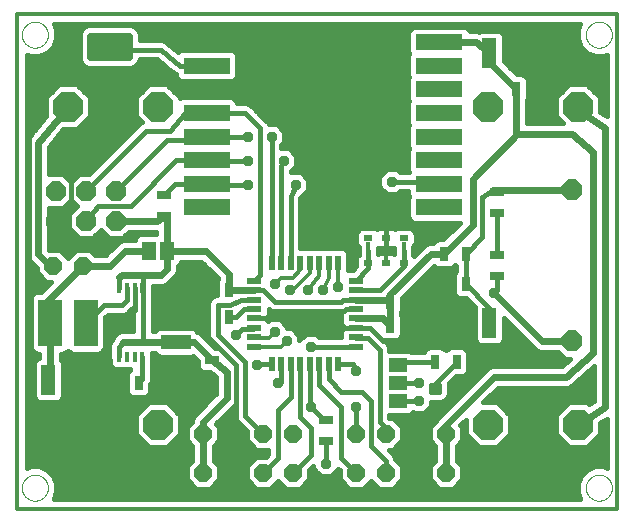
<source format=gtl>
G75*
%MOIN*%
%OFA0B0*%
%FSLAX25Y25*%
%IPPOS*%
%LPD*%
%AMOC8*
5,1,8,0,0,1.08239X$1,22.5*
%
%ADD10C,0.00000*%
%ADD11C,0.01200*%
%ADD12R,0.15748X0.05512*%
%ADD13R,0.04724X0.09843*%
%ADD14R,0.09843X0.04724*%
%ADD15R,0.07874X0.15748*%
%ADD16R,0.01575X0.03543*%
%ADD17R,0.03150X0.04724*%
%ADD18R,0.04724X0.03150*%
%ADD19OC8,0.06000*%
%ADD20R,0.04600X0.06300*%
%ADD21OC8,0.10050*%
%ADD22R,0.01575X0.06299*%
%ADD23R,0.03150X0.01969*%
%ADD24OC8,0.06600*%
%ADD25C,0.02362*%
%ADD26OC8,0.07000*%
%ADD27C,0.01181*%
%ADD28R,0.06300X0.04600*%
%ADD29R,0.05000X0.02200*%
%ADD30R,0.02200X0.05000*%
%ADD31C,0.01600*%
%ADD32OC8,0.03562*%
%ADD33C,0.01000*%
%ADD34C,0.02400*%
%ADD35C,0.01800*%
D10*
X0003469Y0008800D02*
X0003471Y0008931D01*
X0003477Y0009063D01*
X0003487Y0009194D01*
X0003501Y0009325D01*
X0003519Y0009455D01*
X0003541Y0009584D01*
X0003566Y0009713D01*
X0003596Y0009841D01*
X0003630Y0009968D01*
X0003667Y0010095D01*
X0003708Y0010219D01*
X0003753Y0010343D01*
X0003802Y0010465D01*
X0003854Y0010586D01*
X0003910Y0010704D01*
X0003970Y0010822D01*
X0004033Y0010937D01*
X0004100Y0011050D01*
X0004170Y0011162D01*
X0004243Y0011271D01*
X0004319Y0011377D01*
X0004399Y0011482D01*
X0004482Y0011584D01*
X0004568Y0011683D01*
X0004657Y0011780D01*
X0004749Y0011874D01*
X0004844Y0011965D01*
X0004941Y0012054D01*
X0005041Y0012139D01*
X0005144Y0012221D01*
X0005249Y0012300D01*
X0005356Y0012376D01*
X0005466Y0012448D01*
X0005578Y0012517D01*
X0005692Y0012583D01*
X0005807Y0012645D01*
X0005925Y0012704D01*
X0006044Y0012759D01*
X0006165Y0012811D01*
X0006288Y0012858D01*
X0006412Y0012902D01*
X0006537Y0012943D01*
X0006663Y0012979D01*
X0006791Y0013012D01*
X0006919Y0013040D01*
X0007048Y0013065D01*
X0007178Y0013086D01*
X0007308Y0013103D01*
X0007439Y0013116D01*
X0007570Y0013125D01*
X0007701Y0013130D01*
X0007833Y0013131D01*
X0007964Y0013128D01*
X0008096Y0013121D01*
X0008227Y0013110D01*
X0008357Y0013095D01*
X0008487Y0013076D01*
X0008617Y0013053D01*
X0008745Y0013027D01*
X0008873Y0012996D01*
X0009000Y0012961D01*
X0009126Y0012923D01*
X0009250Y0012881D01*
X0009374Y0012835D01*
X0009495Y0012785D01*
X0009615Y0012732D01*
X0009734Y0012675D01*
X0009851Y0012615D01*
X0009965Y0012551D01*
X0010078Y0012483D01*
X0010189Y0012412D01*
X0010298Y0012338D01*
X0010404Y0012261D01*
X0010508Y0012180D01*
X0010609Y0012097D01*
X0010708Y0012010D01*
X0010804Y0011920D01*
X0010897Y0011827D01*
X0010988Y0011732D01*
X0011075Y0011634D01*
X0011160Y0011533D01*
X0011241Y0011430D01*
X0011319Y0011324D01*
X0011394Y0011216D01*
X0011466Y0011106D01*
X0011534Y0010994D01*
X0011599Y0010880D01*
X0011660Y0010763D01*
X0011718Y0010645D01*
X0011772Y0010525D01*
X0011823Y0010404D01*
X0011870Y0010281D01*
X0011913Y0010157D01*
X0011952Y0010032D01*
X0011988Y0009905D01*
X0012019Y0009777D01*
X0012047Y0009649D01*
X0012071Y0009520D01*
X0012091Y0009390D01*
X0012107Y0009259D01*
X0012119Y0009128D01*
X0012127Y0008997D01*
X0012131Y0008866D01*
X0012131Y0008734D01*
X0012127Y0008603D01*
X0012119Y0008472D01*
X0012107Y0008341D01*
X0012091Y0008210D01*
X0012071Y0008080D01*
X0012047Y0007951D01*
X0012019Y0007823D01*
X0011988Y0007695D01*
X0011952Y0007568D01*
X0011913Y0007443D01*
X0011870Y0007319D01*
X0011823Y0007196D01*
X0011772Y0007075D01*
X0011718Y0006955D01*
X0011660Y0006837D01*
X0011599Y0006720D01*
X0011534Y0006606D01*
X0011466Y0006494D01*
X0011394Y0006384D01*
X0011319Y0006276D01*
X0011241Y0006170D01*
X0011160Y0006067D01*
X0011075Y0005966D01*
X0010988Y0005868D01*
X0010897Y0005773D01*
X0010804Y0005680D01*
X0010708Y0005590D01*
X0010609Y0005503D01*
X0010508Y0005420D01*
X0010404Y0005339D01*
X0010298Y0005262D01*
X0010189Y0005188D01*
X0010078Y0005117D01*
X0009966Y0005049D01*
X0009851Y0004985D01*
X0009734Y0004925D01*
X0009615Y0004868D01*
X0009495Y0004815D01*
X0009374Y0004765D01*
X0009250Y0004719D01*
X0009126Y0004677D01*
X0009000Y0004639D01*
X0008873Y0004604D01*
X0008745Y0004573D01*
X0008617Y0004547D01*
X0008487Y0004524D01*
X0008357Y0004505D01*
X0008227Y0004490D01*
X0008096Y0004479D01*
X0007964Y0004472D01*
X0007833Y0004469D01*
X0007701Y0004470D01*
X0007570Y0004475D01*
X0007439Y0004484D01*
X0007308Y0004497D01*
X0007178Y0004514D01*
X0007048Y0004535D01*
X0006919Y0004560D01*
X0006791Y0004588D01*
X0006663Y0004621D01*
X0006537Y0004657D01*
X0006412Y0004698D01*
X0006288Y0004742D01*
X0006165Y0004789D01*
X0006044Y0004841D01*
X0005925Y0004896D01*
X0005807Y0004955D01*
X0005692Y0005017D01*
X0005578Y0005083D01*
X0005466Y0005152D01*
X0005356Y0005224D01*
X0005249Y0005300D01*
X0005144Y0005379D01*
X0005041Y0005461D01*
X0004941Y0005546D01*
X0004844Y0005635D01*
X0004749Y0005726D01*
X0004657Y0005820D01*
X0004568Y0005917D01*
X0004482Y0006016D01*
X0004399Y0006118D01*
X0004319Y0006223D01*
X0004243Y0006329D01*
X0004170Y0006438D01*
X0004100Y0006550D01*
X0004033Y0006663D01*
X0003970Y0006778D01*
X0003910Y0006896D01*
X0003854Y0007014D01*
X0003802Y0007135D01*
X0003753Y0007257D01*
X0003708Y0007381D01*
X0003667Y0007505D01*
X0003630Y0007632D01*
X0003596Y0007759D01*
X0003566Y0007887D01*
X0003541Y0008016D01*
X0003519Y0008145D01*
X0003501Y0008275D01*
X0003487Y0008406D01*
X0003477Y0008537D01*
X0003471Y0008669D01*
X0003469Y0008800D01*
X0003469Y0159800D02*
X0003471Y0159931D01*
X0003477Y0160063D01*
X0003487Y0160194D01*
X0003501Y0160325D01*
X0003519Y0160455D01*
X0003541Y0160584D01*
X0003566Y0160713D01*
X0003596Y0160841D01*
X0003630Y0160968D01*
X0003667Y0161095D01*
X0003708Y0161219D01*
X0003753Y0161343D01*
X0003802Y0161465D01*
X0003854Y0161586D01*
X0003910Y0161704D01*
X0003970Y0161822D01*
X0004033Y0161937D01*
X0004100Y0162050D01*
X0004170Y0162162D01*
X0004243Y0162271D01*
X0004319Y0162377D01*
X0004399Y0162482D01*
X0004482Y0162584D01*
X0004568Y0162683D01*
X0004657Y0162780D01*
X0004749Y0162874D01*
X0004844Y0162965D01*
X0004941Y0163054D01*
X0005041Y0163139D01*
X0005144Y0163221D01*
X0005249Y0163300D01*
X0005356Y0163376D01*
X0005466Y0163448D01*
X0005578Y0163517D01*
X0005692Y0163583D01*
X0005807Y0163645D01*
X0005925Y0163704D01*
X0006044Y0163759D01*
X0006165Y0163811D01*
X0006288Y0163858D01*
X0006412Y0163902D01*
X0006537Y0163943D01*
X0006663Y0163979D01*
X0006791Y0164012D01*
X0006919Y0164040D01*
X0007048Y0164065D01*
X0007178Y0164086D01*
X0007308Y0164103D01*
X0007439Y0164116D01*
X0007570Y0164125D01*
X0007701Y0164130D01*
X0007833Y0164131D01*
X0007964Y0164128D01*
X0008096Y0164121D01*
X0008227Y0164110D01*
X0008357Y0164095D01*
X0008487Y0164076D01*
X0008617Y0164053D01*
X0008745Y0164027D01*
X0008873Y0163996D01*
X0009000Y0163961D01*
X0009126Y0163923D01*
X0009250Y0163881D01*
X0009374Y0163835D01*
X0009495Y0163785D01*
X0009615Y0163732D01*
X0009734Y0163675D01*
X0009851Y0163615D01*
X0009965Y0163551D01*
X0010078Y0163483D01*
X0010189Y0163412D01*
X0010298Y0163338D01*
X0010404Y0163261D01*
X0010508Y0163180D01*
X0010609Y0163097D01*
X0010708Y0163010D01*
X0010804Y0162920D01*
X0010897Y0162827D01*
X0010988Y0162732D01*
X0011075Y0162634D01*
X0011160Y0162533D01*
X0011241Y0162430D01*
X0011319Y0162324D01*
X0011394Y0162216D01*
X0011466Y0162106D01*
X0011534Y0161994D01*
X0011599Y0161880D01*
X0011660Y0161763D01*
X0011718Y0161645D01*
X0011772Y0161525D01*
X0011823Y0161404D01*
X0011870Y0161281D01*
X0011913Y0161157D01*
X0011952Y0161032D01*
X0011988Y0160905D01*
X0012019Y0160777D01*
X0012047Y0160649D01*
X0012071Y0160520D01*
X0012091Y0160390D01*
X0012107Y0160259D01*
X0012119Y0160128D01*
X0012127Y0159997D01*
X0012131Y0159866D01*
X0012131Y0159734D01*
X0012127Y0159603D01*
X0012119Y0159472D01*
X0012107Y0159341D01*
X0012091Y0159210D01*
X0012071Y0159080D01*
X0012047Y0158951D01*
X0012019Y0158823D01*
X0011988Y0158695D01*
X0011952Y0158568D01*
X0011913Y0158443D01*
X0011870Y0158319D01*
X0011823Y0158196D01*
X0011772Y0158075D01*
X0011718Y0157955D01*
X0011660Y0157837D01*
X0011599Y0157720D01*
X0011534Y0157606D01*
X0011466Y0157494D01*
X0011394Y0157384D01*
X0011319Y0157276D01*
X0011241Y0157170D01*
X0011160Y0157067D01*
X0011075Y0156966D01*
X0010988Y0156868D01*
X0010897Y0156773D01*
X0010804Y0156680D01*
X0010708Y0156590D01*
X0010609Y0156503D01*
X0010508Y0156420D01*
X0010404Y0156339D01*
X0010298Y0156262D01*
X0010189Y0156188D01*
X0010078Y0156117D01*
X0009966Y0156049D01*
X0009851Y0155985D01*
X0009734Y0155925D01*
X0009615Y0155868D01*
X0009495Y0155815D01*
X0009374Y0155765D01*
X0009250Y0155719D01*
X0009126Y0155677D01*
X0009000Y0155639D01*
X0008873Y0155604D01*
X0008745Y0155573D01*
X0008617Y0155547D01*
X0008487Y0155524D01*
X0008357Y0155505D01*
X0008227Y0155490D01*
X0008096Y0155479D01*
X0007964Y0155472D01*
X0007833Y0155469D01*
X0007701Y0155470D01*
X0007570Y0155475D01*
X0007439Y0155484D01*
X0007308Y0155497D01*
X0007178Y0155514D01*
X0007048Y0155535D01*
X0006919Y0155560D01*
X0006791Y0155588D01*
X0006663Y0155621D01*
X0006537Y0155657D01*
X0006412Y0155698D01*
X0006288Y0155742D01*
X0006165Y0155789D01*
X0006044Y0155841D01*
X0005925Y0155896D01*
X0005807Y0155955D01*
X0005692Y0156017D01*
X0005578Y0156083D01*
X0005466Y0156152D01*
X0005356Y0156224D01*
X0005249Y0156300D01*
X0005144Y0156379D01*
X0005041Y0156461D01*
X0004941Y0156546D01*
X0004844Y0156635D01*
X0004749Y0156726D01*
X0004657Y0156820D01*
X0004568Y0156917D01*
X0004482Y0157016D01*
X0004399Y0157118D01*
X0004319Y0157223D01*
X0004243Y0157329D01*
X0004170Y0157438D01*
X0004100Y0157550D01*
X0004033Y0157663D01*
X0003970Y0157778D01*
X0003910Y0157896D01*
X0003854Y0158014D01*
X0003802Y0158135D01*
X0003753Y0158257D01*
X0003708Y0158381D01*
X0003667Y0158505D01*
X0003630Y0158632D01*
X0003596Y0158759D01*
X0003566Y0158887D01*
X0003541Y0159016D01*
X0003519Y0159145D01*
X0003501Y0159275D01*
X0003487Y0159406D01*
X0003477Y0159537D01*
X0003471Y0159669D01*
X0003469Y0159800D01*
X0191469Y0159800D02*
X0191471Y0159931D01*
X0191477Y0160063D01*
X0191487Y0160194D01*
X0191501Y0160325D01*
X0191519Y0160455D01*
X0191541Y0160584D01*
X0191566Y0160713D01*
X0191596Y0160841D01*
X0191630Y0160968D01*
X0191667Y0161095D01*
X0191708Y0161219D01*
X0191753Y0161343D01*
X0191802Y0161465D01*
X0191854Y0161586D01*
X0191910Y0161704D01*
X0191970Y0161822D01*
X0192033Y0161937D01*
X0192100Y0162050D01*
X0192170Y0162162D01*
X0192243Y0162271D01*
X0192319Y0162377D01*
X0192399Y0162482D01*
X0192482Y0162584D01*
X0192568Y0162683D01*
X0192657Y0162780D01*
X0192749Y0162874D01*
X0192844Y0162965D01*
X0192941Y0163054D01*
X0193041Y0163139D01*
X0193144Y0163221D01*
X0193249Y0163300D01*
X0193356Y0163376D01*
X0193466Y0163448D01*
X0193578Y0163517D01*
X0193692Y0163583D01*
X0193807Y0163645D01*
X0193925Y0163704D01*
X0194044Y0163759D01*
X0194165Y0163811D01*
X0194288Y0163858D01*
X0194412Y0163902D01*
X0194537Y0163943D01*
X0194663Y0163979D01*
X0194791Y0164012D01*
X0194919Y0164040D01*
X0195048Y0164065D01*
X0195178Y0164086D01*
X0195308Y0164103D01*
X0195439Y0164116D01*
X0195570Y0164125D01*
X0195701Y0164130D01*
X0195833Y0164131D01*
X0195964Y0164128D01*
X0196096Y0164121D01*
X0196227Y0164110D01*
X0196357Y0164095D01*
X0196487Y0164076D01*
X0196617Y0164053D01*
X0196745Y0164027D01*
X0196873Y0163996D01*
X0197000Y0163961D01*
X0197126Y0163923D01*
X0197250Y0163881D01*
X0197374Y0163835D01*
X0197495Y0163785D01*
X0197615Y0163732D01*
X0197734Y0163675D01*
X0197851Y0163615D01*
X0197965Y0163551D01*
X0198078Y0163483D01*
X0198189Y0163412D01*
X0198298Y0163338D01*
X0198404Y0163261D01*
X0198508Y0163180D01*
X0198609Y0163097D01*
X0198708Y0163010D01*
X0198804Y0162920D01*
X0198897Y0162827D01*
X0198988Y0162732D01*
X0199075Y0162634D01*
X0199160Y0162533D01*
X0199241Y0162430D01*
X0199319Y0162324D01*
X0199394Y0162216D01*
X0199466Y0162106D01*
X0199534Y0161994D01*
X0199599Y0161880D01*
X0199660Y0161763D01*
X0199718Y0161645D01*
X0199772Y0161525D01*
X0199823Y0161404D01*
X0199870Y0161281D01*
X0199913Y0161157D01*
X0199952Y0161032D01*
X0199988Y0160905D01*
X0200019Y0160777D01*
X0200047Y0160649D01*
X0200071Y0160520D01*
X0200091Y0160390D01*
X0200107Y0160259D01*
X0200119Y0160128D01*
X0200127Y0159997D01*
X0200131Y0159866D01*
X0200131Y0159734D01*
X0200127Y0159603D01*
X0200119Y0159472D01*
X0200107Y0159341D01*
X0200091Y0159210D01*
X0200071Y0159080D01*
X0200047Y0158951D01*
X0200019Y0158823D01*
X0199988Y0158695D01*
X0199952Y0158568D01*
X0199913Y0158443D01*
X0199870Y0158319D01*
X0199823Y0158196D01*
X0199772Y0158075D01*
X0199718Y0157955D01*
X0199660Y0157837D01*
X0199599Y0157720D01*
X0199534Y0157606D01*
X0199466Y0157494D01*
X0199394Y0157384D01*
X0199319Y0157276D01*
X0199241Y0157170D01*
X0199160Y0157067D01*
X0199075Y0156966D01*
X0198988Y0156868D01*
X0198897Y0156773D01*
X0198804Y0156680D01*
X0198708Y0156590D01*
X0198609Y0156503D01*
X0198508Y0156420D01*
X0198404Y0156339D01*
X0198298Y0156262D01*
X0198189Y0156188D01*
X0198078Y0156117D01*
X0197966Y0156049D01*
X0197851Y0155985D01*
X0197734Y0155925D01*
X0197615Y0155868D01*
X0197495Y0155815D01*
X0197374Y0155765D01*
X0197250Y0155719D01*
X0197126Y0155677D01*
X0197000Y0155639D01*
X0196873Y0155604D01*
X0196745Y0155573D01*
X0196617Y0155547D01*
X0196487Y0155524D01*
X0196357Y0155505D01*
X0196227Y0155490D01*
X0196096Y0155479D01*
X0195964Y0155472D01*
X0195833Y0155469D01*
X0195701Y0155470D01*
X0195570Y0155475D01*
X0195439Y0155484D01*
X0195308Y0155497D01*
X0195178Y0155514D01*
X0195048Y0155535D01*
X0194919Y0155560D01*
X0194791Y0155588D01*
X0194663Y0155621D01*
X0194537Y0155657D01*
X0194412Y0155698D01*
X0194288Y0155742D01*
X0194165Y0155789D01*
X0194044Y0155841D01*
X0193925Y0155896D01*
X0193807Y0155955D01*
X0193692Y0156017D01*
X0193578Y0156083D01*
X0193466Y0156152D01*
X0193356Y0156224D01*
X0193249Y0156300D01*
X0193144Y0156379D01*
X0193041Y0156461D01*
X0192941Y0156546D01*
X0192844Y0156635D01*
X0192749Y0156726D01*
X0192657Y0156820D01*
X0192568Y0156917D01*
X0192482Y0157016D01*
X0192399Y0157118D01*
X0192319Y0157223D01*
X0192243Y0157329D01*
X0192170Y0157438D01*
X0192100Y0157550D01*
X0192033Y0157663D01*
X0191970Y0157778D01*
X0191910Y0157896D01*
X0191854Y0158014D01*
X0191802Y0158135D01*
X0191753Y0158257D01*
X0191708Y0158381D01*
X0191667Y0158505D01*
X0191630Y0158632D01*
X0191596Y0158759D01*
X0191566Y0158887D01*
X0191541Y0159016D01*
X0191519Y0159145D01*
X0191501Y0159275D01*
X0191487Y0159406D01*
X0191477Y0159537D01*
X0191471Y0159669D01*
X0191469Y0159800D01*
X0191469Y0008800D02*
X0191471Y0008931D01*
X0191477Y0009063D01*
X0191487Y0009194D01*
X0191501Y0009325D01*
X0191519Y0009455D01*
X0191541Y0009584D01*
X0191566Y0009713D01*
X0191596Y0009841D01*
X0191630Y0009968D01*
X0191667Y0010095D01*
X0191708Y0010219D01*
X0191753Y0010343D01*
X0191802Y0010465D01*
X0191854Y0010586D01*
X0191910Y0010704D01*
X0191970Y0010822D01*
X0192033Y0010937D01*
X0192100Y0011050D01*
X0192170Y0011162D01*
X0192243Y0011271D01*
X0192319Y0011377D01*
X0192399Y0011482D01*
X0192482Y0011584D01*
X0192568Y0011683D01*
X0192657Y0011780D01*
X0192749Y0011874D01*
X0192844Y0011965D01*
X0192941Y0012054D01*
X0193041Y0012139D01*
X0193144Y0012221D01*
X0193249Y0012300D01*
X0193356Y0012376D01*
X0193466Y0012448D01*
X0193578Y0012517D01*
X0193692Y0012583D01*
X0193807Y0012645D01*
X0193925Y0012704D01*
X0194044Y0012759D01*
X0194165Y0012811D01*
X0194288Y0012858D01*
X0194412Y0012902D01*
X0194537Y0012943D01*
X0194663Y0012979D01*
X0194791Y0013012D01*
X0194919Y0013040D01*
X0195048Y0013065D01*
X0195178Y0013086D01*
X0195308Y0013103D01*
X0195439Y0013116D01*
X0195570Y0013125D01*
X0195701Y0013130D01*
X0195833Y0013131D01*
X0195964Y0013128D01*
X0196096Y0013121D01*
X0196227Y0013110D01*
X0196357Y0013095D01*
X0196487Y0013076D01*
X0196617Y0013053D01*
X0196745Y0013027D01*
X0196873Y0012996D01*
X0197000Y0012961D01*
X0197126Y0012923D01*
X0197250Y0012881D01*
X0197374Y0012835D01*
X0197495Y0012785D01*
X0197615Y0012732D01*
X0197734Y0012675D01*
X0197851Y0012615D01*
X0197965Y0012551D01*
X0198078Y0012483D01*
X0198189Y0012412D01*
X0198298Y0012338D01*
X0198404Y0012261D01*
X0198508Y0012180D01*
X0198609Y0012097D01*
X0198708Y0012010D01*
X0198804Y0011920D01*
X0198897Y0011827D01*
X0198988Y0011732D01*
X0199075Y0011634D01*
X0199160Y0011533D01*
X0199241Y0011430D01*
X0199319Y0011324D01*
X0199394Y0011216D01*
X0199466Y0011106D01*
X0199534Y0010994D01*
X0199599Y0010880D01*
X0199660Y0010763D01*
X0199718Y0010645D01*
X0199772Y0010525D01*
X0199823Y0010404D01*
X0199870Y0010281D01*
X0199913Y0010157D01*
X0199952Y0010032D01*
X0199988Y0009905D01*
X0200019Y0009777D01*
X0200047Y0009649D01*
X0200071Y0009520D01*
X0200091Y0009390D01*
X0200107Y0009259D01*
X0200119Y0009128D01*
X0200127Y0008997D01*
X0200131Y0008866D01*
X0200131Y0008734D01*
X0200127Y0008603D01*
X0200119Y0008472D01*
X0200107Y0008341D01*
X0200091Y0008210D01*
X0200071Y0008080D01*
X0200047Y0007951D01*
X0200019Y0007823D01*
X0199988Y0007695D01*
X0199952Y0007568D01*
X0199913Y0007443D01*
X0199870Y0007319D01*
X0199823Y0007196D01*
X0199772Y0007075D01*
X0199718Y0006955D01*
X0199660Y0006837D01*
X0199599Y0006720D01*
X0199534Y0006606D01*
X0199466Y0006494D01*
X0199394Y0006384D01*
X0199319Y0006276D01*
X0199241Y0006170D01*
X0199160Y0006067D01*
X0199075Y0005966D01*
X0198988Y0005868D01*
X0198897Y0005773D01*
X0198804Y0005680D01*
X0198708Y0005590D01*
X0198609Y0005503D01*
X0198508Y0005420D01*
X0198404Y0005339D01*
X0198298Y0005262D01*
X0198189Y0005188D01*
X0198078Y0005117D01*
X0197966Y0005049D01*
X0197851Y0004985D01*
X0197734Y0004925D01*
X0197615Y0004868D01*
X0197495Y0004815D01*
X0197374Y0004765D01*
X0197250Y0004719D01*
X0197126Y0004677D01*
X0197000Y0004639D01*
X0196873Y0004604D01*
X0196745Y0004573D01*
X0196617Y0004547D01*
X0196487Y0004524D01*
X0196357Y0004505D01*
X0196227Y0004490D01*
X0196096Y0004479D01*
X0195964Y0004472D01*
X0195833Y0004469D01*
X0195701Y0004470D01*
X0195570Y0004475D01*
X0195439Y0004484D01*
X0195308Y0004497D01*
X0195178Y0004514D01*
X0195048Y0004535D01*
X0194919Y0004560D01*
X0194791Y0004588D01*
X0194663Y0004621D01*
X0194537Y0004657D01*
X0194412Y0004698D01*
X0194288Y0004742D01*
X0194165Y0004789D01*
X0194044Y0004841D01*
X0193925Y0004896D01*
X0193807Y0004955D01*
X0193692Y0005017D01*
X0193578Y0005083D01*
X0193466Y0005152D01*
X0193356Y0005224D01*
X0193249Y0005300D01*
X0193144Y0005379D01*
X0193041Y0005461D01*
X0192941Y0005546D01*
X0192844Y0005635D01*
X0192749Y0005726D01*
X0192657Y0005820D01*
X0192568Y0005917D01*
X0192482Y0006016D01*
X0192399Y0006118D01*
X0192319Y0006223D01*
X0192243Y0006329D01*
X0192170Y0006438D01*
X0192100Y0006550D01*
X0192033Y0006663D01*
X0191970Y0006778D01*
X0191910Y0006896D01*
X0191854Y0007014D01*
X0191802Y0007135D01*
X0191753Y0007257D01*
X0191708Y0007381D01*
X0191667Y0007505D01*
X0191630Y0007632D01*
X0191596Y0007759D01*
X0191566Y0007887D01*
X0191541Y0008016D01*
X0191519Y0008145D01*
X0191501Y0008275D01*
X0191487Y0008406D01*
X0191477Y0008537D01*
X0191471Y0008669D01*
X0191469Y0008800D01*
D11*
X0001800Y0001800D02*
X0001800Y0166800D01*
X0201800Y0166800D01*
X0201800Y0001800D01*
X0001800Y0001800D01*
X0035257Y0042343D02*
X0035257Y0043800D01*
X0035961Y0052383D02*
X0035800Y0052544D01*
X0042800Y0057296D02*
X0043800Y0058296D01*
X0043639Y0075217D02*
X0043800Y0075379D01*
X0051800Y0098257D02*
X0050800Y0099257D01*
X0065020Y0110115D02*
X0065335Y0109800D01*
X0065209Y0117800D02*
X0065020Y0117989D01*
X0063957Y0124800D02*
X0065020Y0125863D01*
X0066083Y0125800D01*
X0065020Y0133737D02*
X0067083Y0133800D01*
X0065020Y0141611D02*
X0065831Y0142800D01*
X0065020Y0141611D02*
X0060831Y0142800D01*
X0033800Y0154800D02*
X0032800Y0155800D01*
X0013800Y0082800D02*
X0012800Y0082800D01*
X0064847Y0044304D02*
X0066800Y0044257D01*
X0080900Y0055776D02*
X0080924Y0055800D01*
X0089800Y0055800D01*
X0091800Y0057800D01*
X0087800Y0060800D02*
X0085800Y0058800D01*
X0081026Y0058800D01*
X0080900Y0058926D01*
X0080624Y0061800D02*
X0080900Y0062076D01*
X0081900Y0049900D02*
X0081800Y0049800D01*
X0100375Y0065225D02*
X0100800Y0064800D01*
X0098800Y0074800D02*
X0102524Y0079524D01*
X0102524Y0083700D01*
X0105674Y0083700D02*
X0105674Y0078674D01*
X0103800Y0074800D01*
X0108800Y0075800D02*
X0108824Y0076824D01*
X0108824Y0083700D01*
X0099375Y0083700D02*
X0099375Y0080375D01*
X0093800Y0074800D01*
X0092800Y0074800D01*
X0093800Y0078800D02*
X0089800Y0078800D01*
X0087800Y0076800D01*
X0093800Y0078800D02*
X0096225Y0081225D01*
X0096225Y0083700D01*
X0086800Y0083724D02*
X0086776Y0083700D01*
X0072469Y0074674D02*
X0072343Y0074800D01*
X0114700Y0074674D02*
X0114826Y0074800D01*
X0125532Y0071524D02*
X0126257Y0070800D01*
X0126257Y0073257D01*
X0134343Y0063800D02*
X0133343Y0062800D01*
X0132800Y0062257D01*
X0128800Y0050800D02*
X0128800Y0049800D01*
X0114826Y0058800D02*
X0114700Y0058926D01*
X0148253Y0043253D02*
X0148253Y0041800D01*
X0134800Y0028347D02*
X0134800Y0026800D01*
X0159296Y0063800D02*
X0159296Y0068847D01*
X0160800Y0073800D02*
X0161800Y0074800D01*
X0161800Y0107343D02*
X0159343Y0107343D01*
X0160454Y0107997D02*
X0161800Y0107343D01*
X0142580Y0110115D02*
X0140265Y0110800D01*
X0168257Y0126257D02*
X0168800Y0126800D01*
X0175343Y0141800D02*
X0175343Y0150753D01*
X0172296Y0153800D01*
X0188800Y0135800D02*
X0188800Y0134800D01*
X0074800Y0005800D02*
X0058800Y0005800D01*
D12*
X0065020Y0102241D03*
X0065020Y0110115D03*
X0065020Y0117989D03*
X0065020Y0125863D03*
X0065020Y0133737D03*
X0065020Y0141611D03*
X0065020Y0149485D03*
X0065020Y0157359D03*
X0142580Y0157359D03*
X0142580Y0149485D03*
X0142580Y0141611D03*
X0142580Y0133737D03*
X0142580Y0125863D03*
X0142580Y0117989D03*
X0142580Y0110115D03*
X0142580Y0102241D03*
D13*
X0146304Y0063800D03*
X0159296Y0063800D03*
X0159304Y0153800D03*
X0172296Y0153800D03*
X0025296Y0044800D03*
X0012304Y0044800D03*
D14*
X0054800Y0044304D03*
X0054800Y0057296D03*
D15*
X0024706Y0063800D03*
X0012894Y0063800D03*
D16*
X0035961Y0052383D03*
X0038520Y0052383D03*
X0041080Y0052383D03*
X0043639Y0052383D03*
X0043639Y0075217D03*
X0041080Y0075217D03*
X0038520Y0075217D03*
X0035961Y0075217D03*
D17*
X0065257Y0074800D03*
X0072343Y0074800D03*
X0072343Y0065800D03*
X0065257Y0065800D03*
X0042343Y0043800D03*
X0035257Y0043800D03*
X0126257Y0062800D03*
X0133343Y0062800D03*
X0133343Y0070800D03*
X0126257Y0070800D03*
X0144257Y0076800D03*
X0151343Y0076800D03*
X0151343Y0086800D03*
X0144257Y0086800D03*
X0141257Y0050800D03*
X0148343Y0050800D03*
X0168257Y0141800D03*
X0175343Y0141800D03*
D18*
X0161800Y0107343D03*
X0161800Y0100257D03*
X0161800Y0086343D03*
X0161800Y0079257D03*
X0104800Y0031343D03*
X0104800Y0024257D03*
X0066800Y0044257D03*
X0066800Y0051343D03*
X0050800Y0099257D03*
X0050800Y0106343D03*
D19*
X0023800Y0082800D03*
X0013800Y0082800D03*
X0063800Y0026800D03*
X0073800Y0026800D03*
X0083800Y0026800D03*
X0093800Y0026800D03*
X0093800Y0013800D03*
X0083800Y0013800D03*
X0073800Y0013800D03*
X0063800Y0013800D03*
X0114800Y0013800D03*
X0124800Y0013800D03*
X0134800Y0013800D03*
X0144800Y0013800D03*
X0144800Y0026800D03*
X0134800Y0026800D03*
X0124800Y0026800D03*
X0114800Y0026800D03*
D20*
X0051800Y0087800D03*
X0045800Y0087800D03*
D21*
X0048800Y0135800D03*
X0018800Y0135800D03*
X0018800Y0029800D03*
X0048800Y0029800D03*
X0158800Y0029800D03*
X0188800Y0029800D03*
X0188800Y0135800D03*
X0158800Y0135800D03*
D22*
X0130706Y0087800D03*
X0124800Y0087800D03*
X0118894Y0087800D03*
D23*
X0118894Y0091934D03*
X0124800Y0091934D03*
X0130706Y0091934D03*
X0130706Y0083666D03*
X0124800Y0083666D03*
X0118894Y0083666D03*
D24*
X0034800Y0097800D03*
X0034800Y0107800D03*
X0024800Y0107800D03*
X0024800Y0097800D03*
X0014800Y0097800D03*
X0014800Y0107800D03*
D25*
X0026304Y0152257D02*
X0039296Y0152257D01*
X0026304Y0152257D02*
X0026304Y0159343D01*
X0039296Y0159343D01*
X0039296Y0152257D01*
X0039296Y0154618D02*
X0026304Y0154618D01*
X0026304Y0156979D02*
X0039296Y0156979D01*
X0039296Y0159340D02*
X0026304Y0159340D01*
D26*
X0186800Y0107997D03*
X0186800Y0057603D03*
D27*
X0146875Y0043178D02*
X0146875Y0040422D01*
X0146875Y0043178D02*
X0149631Y0043178D01*
X0149631Y0040422D01*
X0146875Y0040422D01*
X0146875Y0041602D02*
X0149631Y0041602D01*
X0149631Y0042782D02*
X0146875Y0042782D01*
X0139969Y0043178D02*
X0139969Y0040422D01*
X0139969Y0043178D02*
X0142725Y0043178D01*
X0142725Y0040422D01*
X0139969Y0040422D01*
X0139969Y0041602D02*
X0142725Y0041602D01*
X0142725Y0042782D02*
X0139969Y0042782D01*
D28*
X0128800Y0043800D03*
X0128800Y0037800D03*
X0128800Y0049800D03*
D29*
X0114700Y0055776D03*
X0114700Y0058926D03*
X0114700Y0062076D03*
X0114700Y0065225D03*
X0114700Y0068375D03*
X0114700Y0071524D03*
X0114700Y0074674D03*
X0114700Y0077824D03*
X0080900Y0077824D03*
X0080900Y0074674D03*
X0080900Y0071524D03*
X0080900Y0068375D03*
X0080900Y0065225D03*
X0080900Y0062076D03*
X0080900Y0058926D03*
X0080900Y0055776D03*
D30*
X0086776Y0049900D03*
X0089926Y0049900D03*
X0093076Y0049900D03*
X0096225Y0049900D03*
X0099375Y0049900D03*
X0102524Y0049900D03*
X0105674Y0049900D03*
X0108824Y0049900D03*
X0108824Y0083700D03*
X0105674Y0083700D03*
X0102524Y0083700D03*
X0099375Y0083700D03*
X0096225Y0083700D03*
X0093076Y0083700D03*
X0089926Y0083700D03*
X0086776Y0083700D03*
D31*
X0086800Y0083724D02*
X0086800Y0125800D01*
X0090000Y0123087D02*
X0090000Y0121981D01*
X0092532Y0121981D01*
X0094981Y0119532D01*
X0094981Y0116068D01*
X0093126Y0114213D01*
X0093126Y0113981D01*
X0096532Y0113981D01*
X0098981Y0111532D01*
X0098981Y0108068D01*
X0096532Y0105619D01*
X0096390Y0105619D01*
X0096276Y0105371D01*
X0096276Y0088600D01*
X0110401Y0088600D01*
X0111283Y0088235D01*
X0111958Y0087559D01*
X0112324Y0086677D01*
X0112324Y0081324D01*
X0113675Y0081324D01*
X0114920Y0082569D01*
X0114920Y0085128D01*
X0115285Y0086010D01*
X0115694Y0086419D01*
X0115694Y0088437D01*
X0115707Y0088467D01*
X0115707Y0089168D01*
X0115285Y0089590D01*
X0114920Y0090472D01*
X0114920Y0093395D01*
X0115285Y0094278D01*
X0115960Y0094953D01*
X0116842Y0095318D01*
X0120947Y0095318D01*
X0121829Y0094953D01*
X0121847Y0094934D01*
X0121866Y0094953D01*
X0122748Y0095318D01*
X0126852Y0095318D01*
X0127734Y0094953D01*
X0127753Y0094934D01*
X0127771Y0094953D01*
X0128653Y0095318D01*
X0132758Y0095318D01*
X0133640Y0094953D01*
X0134315Y0094278D01*
X0134680Y0093395D01*
X0134680Y0090472D01*
X0134315Y0089590D01*
X0133893Y0089168D01*
X0133893Y0088467D01*
X0133905Y0088437D01*
X0133905Y0086419D01*
X0134117Y0086208D01*
X0136748Y0088839D01*
X0137761Y0089852D01*
X0139084Y0090400D01*
X0140597Y0090400D01*
X0140647Y0090522D01*
X0141322Y0091197D01*
X0142204Y0091562D01*
X0143928Y0091562D01*
X0149451Y0097085D01*
X0134228Y0097085D01*
X0133346Y0097450D01*
X0132671Y0098126D01*
X0132306Y0099008D01*
X0132306Y0105474D01*
X0132597Y0106178D01*
X0132306Y0106882D01*
X0132306Y0107600D01*
X0129513Y0107600D01*
X0128532Y0106619D01*
X0125068Y0106619D01*
X0122619Y0109068D01*
X0122619Y0112532D01*
X0125068Y0114981D01*
X0128532Y0114981D01*
X0129513Y0114000D01*
X0132575Y0114000D01*
X0132597Y0114052D01*
X0132306Y0114756D01*
X0132306Y0121222D01*
X0132597Y0121926D01*
X0132306Y0122630D01*
X0132306Y0129096D01*
X0132597Y0129800D01*
X0132306Y0130504D01*
X0132306Y0136970D01*
X0132597Y0137674D01*
X0132306Y0138378D01*
X0132306Y0144844D01*
X0132597Y0145548D01*
X0132306Y0146252D01*
X0132306Y0152718D01*
X0132597Y0153422D01*
X0132306Y0154126D01*
X0132306Y0160592D01*
X0132671Y0161474D01*
X0133346Y0162150D01*
X0134228Y0162515D01*
X0150931Y0162515D01*
X0151813Y0162150D01*
X0152488Y0161474D01*
X0152702Y0160959D01*
X0154524Y0160959D01*
X0155015Y0161020D01*
X0155234Y0160959D01*
X0155461Y0160959D01*
X0155767Y0160832D01*
X0156464Y0161121D01*
X0162144Y0161121D01*
X0163026Y0160756D01*
X0163701Y0160081D01*
X0164066Y0159199D01*
X0164066Y0151082D01*
X0168586Y0146562D01*
X0170309Y0146562D01*
X0171191Y0146197D01*
X0171866Y0145522D01*
X0172231Y0144640D01*
X0172231Y0138960D01*
X0171866Y0138078D01*
X0171857Y0138069D01*
X0171857Y0130400D01*
X0183699Y0130400D01*
X0181375Y0132724D01*
X0181375Y0138876D01*
X0185724Y0143225D01*
X0191876Y0143225D01*
X0196225Y0138876D01*
X0196225Y0134177D01*
X0198400Y0132727D01*
X0198400Y0153159D01*
X0197218Y0152669D01*
X0194382Y0152669D01*
X0191761Y0153755D01*
X0189755Y0155761D01*
X0188669Y0158382D01*
X0188669Y0161218D01*
X0189573Y0163400D01*
X0014027Y0163400D01*
X0014931Y0161218D01*
X0014931Y0158382D01*
X0013845Y0155761D01*
X0011839Y0153755D01*
X0009218Y0152669D01*
X0006382Y0152669D01*
X0005200Y0153159D01*
X0005200Y0124348D01*
X0005200Y0124348D01*
X0005200Y0124516D01*
X0005412Y0125027D01*
X0005576Y0125555D01*
X0005684Y0125684D01*
X0005748Y0125839D01*
X0006139Y0126230D01*
X0011471Y0132629D01*
X0011375Y0132724D01*
X0011375Y0138876D01*
X0015724Y0143225D01*
X0021876Y0143225D01*
X0026225Y0138876D01*
X0026225Y0132724D01*
X0021876Y0128375D01*
X0017299Y0128375D01*
X0012400Y0122497D01*
X0012400Y0113461D01*
X0012439Y0113500D01*
X0017161Y0113500D01*
X0019800Y0110861D01*
X0022439Y0113500D01*
X0025975Y0113500D01*
X0042987Y0130513D01*
X0043411Y0130688D01*
X0041375Y0132724D01*
X0041375Y0138876D01*
X0045724Y0143225D01*
X0051876Y0143225D01*
X0056225Y0138876D01*
X0056225Y0138709D01*
X0056669Y0138893D01*
X0073372Y0138893D01*
X0074254Y0138528D01*
X0074929Y0137852D01*
X0075282Y0137000D01*
X0078437Y0137000D01*
X0079613Y0136513D01*
X0080513Y0135613D01*
X0080513Y0135613D01*
X0084613Y0131513D01*
X0084613Y0131513D01*
X0085513Y0130613D01*
X0085774Y0129981D01*
X0088532Y0129981D01*
X0090981Y0127532D01*
X0090981Y0124068D01*
X0090000Y0123087D01*
X0090200Y0123287D02*
X0132306Y0123287D01*
X0132306Y0124885D02*
X0090981Y0124885D01*
X0090981Y0126484D02*
X0132306Y0126484D01*
X0132306Y0128082D02*
X0090431Y0128082D01*
X0088832Y0129681D02*
X0132548Y0129681D01*
X0132306Y0131279D02*
X0084846Y0131279D01*
X0083248Y0132878D02*
X0132306Y0132878D01*
X0132306Y0134476D02*
X0081649Y0134476D01*
X0080051Y0136075D02*
X0132306Y0136075D01*
X0132597Y0137673D02*
X0075003Y0137673D01*
X0077800Y0133800D02*
X0067083Y0133800D01*
X0057737Y0133737D02*
X0052800Y0127800D01*
X0044800Y0127800D01*
X0024800Y0107800D01*
X0020434Y0104105D02*
X0019166Y0104105D01*
X0019800Y0103800D02*
X0019800Y0122800D01*
X0041800Y0144800D01*
X0043800Y0144800D02*
X0011800Y0144800D01*
X0005800Y0139800D01*
X0005800Y0026800D01*
X0027800Y0005800D01*
X0058800Y0005800D01*
X0057800Y0006800D01*
X0057800Y0031800D01*
X0066800Y0040800D01*
X0066800Y0044257D01*
X0068200Y0044960D02*
X0046839Y0044960D01*
X0046839Y0044459D02*
X0046839Y0053019D01*
X0046826Y0053050D01*
X0046826Y0053696D01*
X0047794Y0053696D01*
X0047844Y0053574D01*
X0048519Y0052899D01*
X0049401Y0052534D01*
X0060199Y0052534D01*
X0060425Y0052627D01*
X0062038Y0051014D01*
X0062038Y0049291D01*
X0062403Y0048409D01*
X0063078Y0047734D01*
X0063960Y0047369D01*
X0066006Y0047369D01*
X0068200Y0045613D01*
X0068200Y0040291D01*
X0060748Y0032839D01*
X0060200Y0031516D01*
X0060200Y0030837D01*
X0058400Y0029037D01*
X0058400Y0024563D01*
X0060200Y0022763D01*
X0060200Y0017837D01*
X0058400Y0016037D01*
X0058400Y0011563D01*
X0061563Y0008400D01*
X0066037Y0008400D01*
X0069200Y0011563D01*
X0069200Y0016037D01*
X0067400Y0017837D01*
X0067400Y0022763D01*
X0069200Y0024563D01*
X0069200Y0029037D01*
X0068164Y0030073D01*
X0073839Y0035748D01*
X0074600Y0036509D01*
X0074600Y0032163D01*
X0075087Y0030987D01*
X0078400Y0027675D01*
X0078400Y0024563D01*
X0081563Y0021400D01*
X0085600Y0021400D01*
X0085600Y0020125D01*
X0084675Y0019200D01*
X0081563Y0019200D01*
X0078400Y0016037D01*
X0078400Y0011563D01*
X0081563Y0008400D01*
X0086037Y0008400D01*
X0088800Y0011163D01*
X0091563Y0008400D01*
X0096037Y0008400D01*
X0099200Y0011563D01*
X0099200Y0014675D01*
X0100619Y0016093D01*
X0100619Y0015068D01*
X0103068Y0012619D01*
X0106532Y0012619D01*
X0108981Y0015068D01*
X0108981Y0015093D01*
X0109400Y0014675D01*
X0109400Y0011563D01*
X0112563Y0008400D01*
X0117037Y0008400D01*
X0119800Y0011163D01*
X0122563Y0008400D01*
X0127037Y0008400D01*
X0130200Y0011563D01*
X0130200Y0016037D01*
X0128000Y0018237D01*
X0128000Y0018437D01*
X0127513Y0019613D01*
X0125725Y0021400D01*
X0127037Y0021400D01*
X0130200Y0024563D01*
X0130200Y0029037D01*
X0127037Y0032200D01*
X0126000Y0032200D01*
X0126000Y0033100D01*
X0132427Y0033100D01*
X0133309Y0033465D01*
X0133766Y0033921D01*
X0134068Y0033619D01*
X0137532Y0033619D01*
X0139981Y0036068D01*
X0139981Y0037431D01*
X0143320Y0037431D01*
X0144419Y0037887D01*
X0145260Y0038728D01*
X0145716Y0039827D01*
X0145716Y0043647D01*
X0148107Y0046038D01*
X0150395Y0046038D01*
X0151278Y0046403D01*
X0151953Y0047078D01*
X0152318Y0047960D01*
X0152318Y0053640D01*
X0151953Y0054522D01*
X0151278Y0055197D01*
X0150395Y0055562D01*
X0146291Y0055562D01*
X0145409Y0055197D01*
X0144800Y0054588D01*
X0144191Y0055197D01*
X0143309Y0055562D01*
X0139204Y0055562D01*
X0138322Y0055197D01*
X0137647Y0054522D01*
X0137431Y0054000D01*
X0133444Y0054000D01*
X0133309Y0054135D01*
X0132427Y0054500D01*
X0126000Y0054500D01*
X0126000Y0055437D01*
X0125513Y0056613D01*
X0124005Y0058120D01*
X0124204Y0058038D01*
X0128309Y0058038D01*
X0129191Y0058403D01*
X0129866Y0059078D01*
X0130231Y0059960D01*
X0130231Y0065640D01*
X0129866Y0066522D01*
X0129857Y0066531D01*
X0129857Y0067069D01*
X0129866Y0067078D01*
X0130231Y0067960D01*
X0130231Y0072140D01*
X0140908Y0082817D01*
X0141322Y0082403D01*
X0142204Y0082038D01*
X0146309Y0082038D01*
X0147191Y0082403D01*
X0147800Y0083012D01*
X0148143Y0082669D01*
X0148143Y0080931D01*
X0147734Y0080522D01*
X0147369Y0079640D01*
X0147369Y0073960D01*
X0147734Y0073078D01*
X0148409Y0072403D01*
X0149291Y0072038D01*
X0151580Y0072038D01*
X0154534Y0069084D01*
X0154534Y0058401D01*
X0154899Y0057519D01*
X0155574Y0056844D01*
X0156456Y0056479D01*
X0162136Y0056479D01*
X0163018Y0056844D01*
X0163693Y0057519D01*
X0164058Y0058401D01*
X0164058Y0065451D01*
X0174958Y0054551D01*
X0151924Y0054551D01*
X0152318Y0052952D02*
X0183107Y0052952D01*
X0182056Y0054003D02*
X0177713Y0054003D01*
X0176281Y0054003D01*
X0174958Y0054551D01*
X0173359Y0056149D02*
X0125705Y0056149D01*
X0126000Y0054551D02*
X0137676Y0054551D01*
X0141257Y0050800D02*
X0128800Y0050800D01*
X0122800Y0054800D02*
X0118800Y0058800D01*
X0114826Y0058800D01*
X0114700Y0055776D02*
X0099824Y0055776D01*
X0099800Y0055800D01*
X0102537Y0058976D02*
X0101532Y0059981D01*
X0098068Y0059981D01*
X0095981Y0057894D01*
X0095981Y0059532D01*
X0093532Y0061981D01*
X0091981Y0061981D01*
X0091981Y0062532D01*
X0089532Y0064981D01*
X0086068Y0064981D01*
X0085490Y0064402D01*
X0085435Y0064535D01*
X0084759Y0065210D01*
X0084723Y0065225D01*
X0084759Y0065240D01*
X0085435Y0065915D01*
X0085800Y0066797D01*
X0085800Y0068275D01*
X0085987Y0068087D01*
X0087163Y0067600D01*
X0110130Y0067600D01*
X0109800Y0066803D01*
X0109800Y0063648D01*
X0110165Y0062766D01*
X0110841Y0062091D01*
X0110877Y0062076D01*
X0110841Y0062061D01*
X0110165Y0061385D01*
X0109800Y0060503D01*
X0109800Y0058976D01*
X0102537Y0058976D01*
X0102167Y0059346D02*
X0109800Y0059346D01*
X0109983Y0060945D02*
X0094568Y0060945D01*
X0095981Y0059346D02*
X0097433Y0059346D01*
X0100800Y0063800D02*
X0100800Y0064800D01*
X0100800Y0066800D01*
X0101800Y0067800D01*
X0110800Y0067800D01*
X0111375Y0068375D01*
X0114700Y0068375D01*
X0114700Y0071524D02*
X0110524Y0071524D01*
X0109800Y0070800D01*
X0087800Y0070800D01*
X0083926Y0074674D01*
X0080900Y0074674D01*
X0080900Y0071524D02*
X0076524Y0071524D01*
X0072800Y0069800D01*
X0068800Y0069800D01*
X0068800Y0059800D01*
X0077800Y0050800D01*
X0077800Y0032800D01*
X0083800Y0026800D01*
X0080383Y0022581D02*
X0067400Y0022581D01*
X0067400Y0020982D02*
X0085600Y0020982D01*
X0084858Y0019384D02*
X0067400Y0019384D01*
X0067452Y0017785D02*
X0080148Y0017785D01*
X0078550Y0016187D02*
X0069050Y0016187D01*
X0069200Y0014588D02*
X0078400Y0014588D01*
X0078400Y0012990D02*
X0069200Y0012990D01*
X0069028Y0011391D02*
X0078572Y0011391D01*
X0080171Y0009793D02*
X0067429Y0009793D01*
X0073800Y0006800D02*
X0073800Y0013800D01*
X0073800Y0026800D01*
X0074800Y0027800D01*
X0074800Y0049800D01*
X0065257Y0059343D01*
X0065257Y0065800D01*
X0065257Y0074800D01*
X0066987Y0072513D02*
X0066087Y0071613D01*
X0065600Y0070437D01*
X0065600Y0059163D01*
X0066087Y0057987D01*
X0068756Y0055318D01*
X0067916Y0055318D01*
X0062886Y0060348D01*
X0061857Y0060775D01*
X0061756Y0061018D01*
X0061081Y0061693D01*
X0060199Y0062058D01*
X0049401Y0062058D01*
X0048519Y0061693D01*
X0047844Y0061018D01*
X0047794Y0060896D01*
X0047100Y0060896D01*
X0047100Y0076200D01*
X0050516Y0076200D01*
X0051839Y0076748D01*
X0054852Y0079761D01*
X0055400Y0081084D01*
X0055400Y0082591D01*
X0055459Y0082615D01*
X0056135Y0083291D01*
X0056500Y0084173D01*
X0056500Y0084200D01*
X0063309Y0084200D01*
X0068861Y0078648D01*
X0068734Y0078522D01*
X0068369Y0077640D01*
X0068369Y0073000D01*
X0068163Y0073000D01*
X0066987Y0072513D01*
X0066609Y0072134D02*
X0047100Y0072134D01*
X0047100Y0070536D02*
X0065641Y0070536D01*
X0065600Y0068937D02*
X0047100Y0068937D01*
X0047100Y0067339D02*
X0065600Y0067339D01*
X0065600Y0065740D02*
X0047100Y0065740D01*
X0047100Y0064142D02*
X0065600Y0064142D01*
X0065600Y0062543D02*
X0047100Y0062543D01*
X0047100Y0060945D02*
X0047814Y0060945D01*
X0040500Y0060945D02*
X0031043Y0060945D01*
X0031043Y0062543D02*
X0040500Y0062543D01*
X0040500Y0064142D02*
X0031043Y0064142D01*
X0031043Y0065470D02*
X0032072Y0066500D01*
X0037456Y0066500D01*
X0038669Y0067002D01*
X0039598Y0067931D01*
X0040500Y0068833D01*
X0040500Y0060896D01*
X0036580Y0060896D01*
X0035257Y0060348D01*
X0034244Y0059335D01*
X0033944Y0058611D01*
X0033002Y0057669D01*
X0032500Y0056456D01*
X0032500Y0055144D01*
X0032600Y0054902D01*
X0032600Y0051908D01*
X0032774Y0051487D01*
X0032774Y0050134D01*
X0033139Y0049252D01*
X0033815Y0048576D01*
X0034697Y0048211D01*
X0037226Y0048211D01*
X0037241Y0048217D01*
X0037256Y0048211D01*
X0039443Y0048211D01*
X0039409Y0048197D01*
X0038734Y0047522D01*
X0038369Y0046640D01*
X0038369Y0040960D01*
X0038734Y0040078D01*
X0039409Y0039403D01*
X0040291Y0039038D01*
X0044395Y0039038D01*
X0045278Y0039403D01*
X0045953Y0040078D01*
X0046318Y0040960D01*
X0046318Y0043249D01*
X0046351Y0043283D01*
X0046839Y0044459D01*
X0046384Y0043361D02*
X0068200Y0043361D01*
X0068200Y0041763D02*
X0046318Y0041763D01*
X0045988Y0040164D02*
X0068073Y0040164D01*
X0066475Y0038566D02*
X0016720Y0038566D01*
X0016701Y0038519D02*
X0017066Y0039401D01*
X0017066Y0050199D01*
X0016701Y0051081D01*
X0016494Y0051287D01*
X0016494Y0053526D01*
X0017309Y0053526D01*
X0018191Y0053891D01*
X0018800Y0054500D01*
X0019409Y0053891D01*
X0020291Y0053526D01*
X0029120Y0053526D01*
X0030002Y0053891D01*
X0030677Y0054566D01*
X0031043Y0055449D01*
X0031043Y0065470D01*
X0031313Y0065740D02*
X0040500Y0065740D01*
X0040500Y0067339D02*
X0039006Y0067339D01*
X0041080Y0068080D02*
X0031800Y0058800D01*
X0031800Y0047257D01*
X0035257Y0043800D01*
X0035257Y0042343D02*
X0035257Y0040343D01*
X0041300Y0034300D01*
X0036800Y0029800D01*
X0018800Y0029800D01*
X0025296Y0036296D01*
X0025296Y0044800D01*
X0017066Y0044960D02*
X0038369Y0044960D01*
X0038369Y0046558D02*
X0017066Y0046558D01*
X0017066Y0048157D02*
X0039369Y0048157D01*
X0043639Y0045095D02*
X0043639Y0052383D01*
X0046839Y0052952D02*
X0048466Y0052952D01*
X0046839Y0051354D02*
X0061698Y0051354D01*
X0062038Y0049755D02*
X0046839Y0049755D01*
X0046839Y0048157D02*
X0062655Y0048157D01*
X0064847Y0044304D02*
X0054800Y0044304D01*
X0051304Y0044304D01*
X0041300Y0034300D01*
X0042270Y0033770D02*
X0005200Y0033770D01*
X0005200Y0032172D02*
X0041375Y0032172D01*
X0041375Y0032876D02*
X0041375Y0026724D01*
X0045724Y0022375D01*
X0051876Y0022375D01*
X0056225Y0026724D01*
X0056225Y0032876D01*
X0051876Y0037225D01*
X0045724Y0037225D01*
X0041375Y0032876D01*
X0041375Y0030573D02*
X0005200Y0030573D01*
X0005200Y0028975D02*
X0041375Y0028975D01*
X0041375Y0027376D02*
X0005200Y0027376D01*
X0005200Y0025778D02*
X0042322Y0025778D01*
X0043920Y0024179D02*
X0005200Y0024179D01*
X0005200Y0022581D02*
X0045519Y0022581D01*
X0052081Y0022581D02*
X0060200Y0022581D01*
X0060200Y0020982D02*
X0005200Y0020982D01*
X0005200Y0019384D02*
X0060200Y0019384D01*
X0060148Y0017785D02*
X0005200Y0017785D01*
X0005200Y0016187D02*
X0058550Y0016187D01*
X0058400Y0014588D02*
X0012096Y0014588D01*
X0011839Y0014845D02*
X0009218Y0015931D01*
X0006382Y0015931D01*
X0005200Y0015441D01*
X0005200Y0123637D01*
X0005200Y0123637D01*
X0005200Y0086084D01*
X0005748Y0084761D01*
X0006761Y0083748D01*
X0008400Y0082109D01*
X0008400Y0080563D01*
X0011563Y0077400D01*
X0013309Y0077400D01*
X0009983Y0074074D01*
X0008480Y0074074D01*
X0007598Y0073709D01*
X0006923Y0073034D01*
X0006557Y0072151D01*
X0006557Y0055449D01*
X0006923Y0054566D01*
X0007598Y0053891D01*
X0008480Y0053526D01*
X0009294Y0053526D01*
X0009294Y0052051D01*
X0008582Y0051756D01*
X0007907Y0051081D01*
X0007542Y0050199D01*
X0007542Y0039401D01*
X0007907Y0038519D01*
X0008582Y0037844D01*
X0009464Y0037479D01*
X0015144Y0037479D01*
X0016026Y0037844D01*
X0016701Y0038519D01*
X0017066Y0040164D02*
X0038698Y0040164D01*
X0038369Y0041763D02*
X0017066Y0041763D01*
X0017066Y0043361D02*
X0038369Y0043361D01*
X0032931Y0049755D02*
X0017066Y0049755D01*
X0016494Y0051354D02*
X0032774Y0051354D01*
X0032600Y0052952D02*
X0016494Y0052952D01*
X0009294Y0052952D02*
X0005200Y0052952D01*
X0005200Y0051354D02*
X0008180Y0051354D01*
X0007542Y0049755D02*
X0005200Y0049755D01*
X0005200Y0048157D02*
X0007542Y0048157D01*
X0007542Y0046558D02*
X0005200Y0046558D01*
X0005200Y0044960D02*
X0007542Y0044960D01*
X0007542Y0043361D02*
X0005200Y0043361D01*
X0005200Y0041763D02*
X0007542Y0041763D01*
X0007542Y0040164D02*
X0005200Y0040164D01*
X0005200Y0038566D02*
X0007888Y0038566D01*
X0005200Y0036967D02*
X0045467Y0036967D01*
X0043868Y0035369D02*
X0005200Y0035369D01*
X0005200Y0054551D02*
X0006938Y0054551D01*
X0006557Y0056149D02*
X0005200Y0056149D01*
X0005200Y0057748D02*
X0006557Y0057748D01*
X0006557Y0059346D02*
X0005200Y0059346D01*
X0005200Y0060945D02*
X0006557Y0060945D01*
X0006557Y0062543D02*
X0005200Y0062543D01*
X0005200Y0064142D02*
X0006557Y0064142D01*
X0006557Y0065740D02*
X0005200Y0065740D01*
X0005200Y0067339D02*
X0006557Y0067339D01*
X0006557Y0068937D02*
X0005200Y0068937D01*
X0005200Y0070536D02*
X0006557Y0070536D01*
X0006557Y0072134D02*
X0005200Y0072134D01*
X0005200Y0073733D02*
X0007657Y0073733D01*
X0005200Y0075332D02*
X0011240Y0075332D01*
X0012839Y0076930D02*
X0005200Y0076930D01*
X0005200Y0078529D02*
X0010435Y0078529D01*
X0008836Y0080127D02*
X0005200Y0080127D01*
X0005200Y0081726D02*
X0008400Y0081726D01*
X0007185Y0083324D02*
X0005200Y0083324D01*
X0005200Y0084923D02*
X0005681Y0084923D01*
X0005200Y0086521D02*
X0005200Y0086521D01*
X0005200Y0088120D02*
X0005200Y0088120D01*
X0005200Y0089718D02*
X0005200Y0089718D01*
X0005200Y0091317D02*
X0005200Y0091317D01*
X0005200Y0092915D02*
X0005200Y0092915D01*
X0005200Y0094514D02*
X0005200Y0094514D01*
X0005200Y0096112D02*
X0005200Y0096112D01*
X0005200Y0097711D02*
X0005200Y0097711D01*
X0005200Y0099309D02*
X0005200Y0099309D01*
X0005200Y0100908D02*
X0005200Y0100908D01*
X0005200Y0102506D02*
X0005200Y0102506D01*
X0005200Y0104105D02*
X0005200Y0104105D01*
X0005200Y0105703D02*
X0005200Y0105703D01*
X0005200Y0107302D02*
X0005200Y0107302D01*
X0005200Y0108900D02*
X0005200Y0108900D01*
X0005200Y0110499D02*
X0005200Y0110499D01*
X0005200Y0112097D02*
X0005200Y0112097D01*
X0005200Y0113696D02*
X0005200Y0113696D01*
X0005200Y0115294D02*
X0005200Y0115294D01*
X0005200Y0116893D02*
X0005200Y0116893D01*
X0005200Y0118491D02*
X0005200Y0118491D01*
X0005200Y0120090D02*
X0005200Y0120090D01*
X0005200Y0121688D02*
X0005200Y0121688D01*
X0005200Y0123287D02*
X0005200Y0123287D01*
X0005200Y0124885D02*
X0005353Y0124885D01*
X0005200Y0126484D02*
X0006350Y0126484D01*
X0005200Y0128082D02*
X0007683Y0128082D01*
X0009015Y0129681D02*
X0005200Y0129681D01*
X0005200Y0131279D02*
X0010347Y0131279D01*
X0011375Y0132878D02*
X0005200Y0132878D01*
X0005200Y0134476D02*
X0011375Y0134476D01*
X0011375Y0136075D02*
X0005200Y0136075D01*
X0005200Y0137673D02*
X0011375Y0137673D01*
X0011771Y0139272D02*
X0005200Y0139272D01*
X0005200Y0140870D02*
X0013370Y0140870D01*
X0014968Y0142469D02*
X0005200Y0142469D01*
X0005200Y0144068D02*
X0132306Y0144068D01*
X0132306Y0142469D02*
X0052632Y0142469D01*
X0054800Y0142800D02*
X0052800Y0144800D01*
X0043800Y0144800D01*
X0044968Y0142469D02*
X0022632Y0142469D01*
X0024230Y0140870D02*
X0043370Y0140870D01*
X0041771Y0139272D02*
X0025829Y0139272D01*
X0026225Y0137673D02*
X0041375Y0137673D01*
X0041375Y0136075D02*
X0026225Y0136075D01*
X0026225Y0134476D02*
X0041375Y0134476D01*
X0041375Y0132878D02*
X0026225Y0132878D01*
X0024780Y0131279D02*
X0042820Y0131279D01*
X0042155Y0129681D02*
X0023181Y0129681D01*
X0017055Y0128082D02*
X0040557Y0128082D01*
X0038958Y0126484D02*
X0015723Y0126484D01*
X0014391Y0124885D02*
X0037360Y0124885D01*
X0035761Y0123287D02*
X0013059Y0123287D01*
X0012400Y0121688D02*
X0034163Y0121688D01*
X0032564Y0120090D02*
X0012400Y0120090D01*
X0012400Y0118491D02*
X0030966Y0118491D01*
X0029367Y0116893D02*
X0012400Y0116893D01*
X0012400Y0115294D02*
X0027769Y0115294D01*
X0026170Y0113696D02*
X0012400Y0113696D01*
X0018564Y0112097D02*
X0021036Y0112097D01*
X0019800Y0104739D02*
X0021739Y0102800D01*
X0019100Y0100161D01*
X0019100Y0095439D01*
X0022439Y0092100D01*
X0027161Y0092100D01*
X0029800Y0094739D01*
X0032439Y0092100D01*
X0037161Y0092100D01*
X0039261Y0094200D01*
X0047891Y0094200D01*
X0048146Y0094135D01*
X0048200Y0094143D01*
X0048200Y0093350D01*
X0043023Y0093350D01*
X0042141Y0092985D01*
X0041465Y0092309D01*
X0041100Y0091427D01*
X0041100Y0091400D01*
X0037084Y0091400D01*
X0035761Y0090852D01*
X0034748Y0089839D01*
X0031309Y0086400D01*
X0027837Y0086400D01*
X0026037Y0088200D01*
X0021563Y0088200D01*
X0018800Y0085437D01*
X0016037Y0088200D01*
X0012491Y0088200D01*
X0012400Y0088291D01*
X0012400Y0102139D01*
X0012439Y0102100D01*
X0017161Y0102100D01*
X0019800Y0104739D01*
X0019800Y0103800D02*
X0014800Y0098800D01*
X0012400Y0099309D02*
X0019100Y0099309D01*
X0019100Y0097711D02*
X0012400Y0097711D01*
X0012400Y0096112D02*
X0019100Y0096112D01*
X0020025Y0094514D02*
X0012400Y0094514D01*
X0012400Y0092915D02*
X0021624Y0092915D01*
X0021483Y0088120D02*
X0016117Y0088120D01*
X0017716Y0086521D02*
X0019884Y0086521D01*
X0026117Y0088120D02*
X0033028Y0088120D01*
X0031430Y0086521D02*
X0027716Y0086521D01*
X0027976Y0092915D02*
X0031624Y0092915D01*
X0030025Y0094514D02*
X0029575Y0094514D01*
X0024800Y0097800D02*
X0028800Y0102800D01*
X0039800Y0102800D01*
X0054989Y0117989D01*
X0065020Y0117989D01*
X0065209Y0117800D02*
X0078800Y0117800D01*
X0078800Y0109800D02*
X0065335Y0109800D01*
X0065020Y0110115D02*
X0054572Y0110115D01*
X0050800Y0106343D01*
X0034800Y0107800D02*
X0051800Y0124800D01*
X0063957Y0124800D01*
X0066083Y0125800D02*
X0078800Y0125800D01*
X0082800Y0128800D02*
X0082800Y0079724D01*
X0080900Y0077824D01*
X0089926Y0083700D02*
X0089926Y0115926D01*
X0090800Y0117800D01*
X0094207Y0115294D02*
X0132306Y0115294D01*
X0132306Y0116893D02*
X0094981Y0116893D01*
X0094981Y0118491D02*
X0132306Y0118491D01*
X0132306Y0120090D02*
X0094423Y0120090D01*
X0092825Y0121688D02*
X0132499Y0121688D01*
X0123783Y0113696D02*
X0096817Y0113696D01*
X0098416Y0112097D02*
X0122619Y0112097D01*
X0122619Y0110499D02*
X0098981Y0110499D01*
X0098981Y0108900D02*
X0122787Y0108900D01*
X0124385Y0107302D02*
X0098215Y0107302D01*
X0096616Y0105703D02*
X0132400Y0105703D01*
X0132306Y0104105D02*
X0096276Y0104105D01*
X0096276Y0102506D02*
X0132306Y0102506D01*
X0132306Y0100908D02*
X0096276Y0100908D01*
X0096276Y0099309D02*
X0132306Y0099309D01*
X0133086Y0097711D02*
X0096276Y0097711D01*
X0096276Y0096112D02*
X0148478Y0096112D01*
X0146879Y0094514D02*
X0134079Y0094514D01*
X0134680Y0092915D02*
X0145281Y0092915D01*
X0141612Y0091317D02*
X0134680Y0091317D01*
X0134368Y0089718D02*
X0137627Y0089718D01*
X0136028Y0088120D02*
X0133905Y0088120D01*
X0133905Y0086521D02*
X0134430Y0086521D01*
X0130706Y0087800D02*
X0130706Y0082706D01*
X0122800Y0074800D01*
X0114826Y0074800D01*
X0114700Y0077824D02*
X0118894Y0082018D01*
X0118894Y0087800D01*
X0122094Y0088120D02*
X0127506Y0088120D01*
X0127506Y0088437D02*
X0127506Y0086780D01*
X0126852Y0087050D01*
X0122748Y0087050D01*
X0122094Y0086780D01*
X0122094Y0088437D01*
X0122082Y0088467D01*
X0122082Y0088825D01*
X0122748Y0088550D01*
X0126852Y0088550D01*
X0127518Y0088825D01*
X0127518Y0088467D01*
X0127506Y0088437D01*
X0124800Y0087800D02*
X0124800Y0102800D01*
X0115300Y0112300D01*
X0111300Y0112300D01*
X0080300Y0143300D01*
X0084800Y0147800D01*
X0084800Y0161800D01*
X0085800Y0162800D01*
X0070461Y0162800D01*
X0065020Y0157359D01*
X0056669Y0154641D02*
X0055787Y0154276D01*
X0055607Y0154095D01*
X0051966Y0157160D01*
X0051613Y0157513D01*
X0051482Y0157567D01*
X0051374Y0157658D01*
X0050898Y0157809D01*
X0050437Y0158000D01*
X0050295Y0158000D01*
X0050160Y0158043D01*
X0049663Y0158000D01*
X0042877Y0158000D01*
X0042877Y0160056D01*
X0042332Y0161372D01*
X0041325Y0162379D01*
X0040008Y0162924D01*
X0025592Y0162924D01*
X0024275Y0162379D01*
X0023268Y0161372D01*
X0022723Y0160056D01*
X0022723Y0151544D01*
X0023268Y0150228D01*
X0024275Y0149221D01*
X0025592Y0148676D01*
X0040008Y0148676D01*
X0041325Y0149221D01*
X0042332Y0150228D01*
X0042877Y0151544D01*
X0042877Y0151600D01*
X0048633Y0151600D01*
X0053949Y0147125D01*
X0054302Y0146772D01*
X0054433Y0146718D01*
X0054541Y0146627D01*
X0054746Y0146562D01*
X0054746Y0146252D01*
X0055112Y0145370D01*
X0055787Y0144695D01*
X0056669Y0144329D01*
X0073372Y0144329D01*
X0074254Y0144695D01*
X0074929Y0145370D01*
X0075294Y0146252D01*
X0075294Y0152718D01*
X0074929Y0153600D01*
X0074254Y0154276D01*
X0073372Y0154641D01*
X0056669Y0154641D01*
X0054226Y0155257D02*
X0132306Y0155257D01*
X0132306Y0156856D02*
X0052327Y0156856D01*
X0049800Y0154800D02*
X0033800Y0154800D01*
X0040461Y0148863D02*
X0051884Y0148863D01*
X0049985Y0150462D02*
X0042429Y0150462D01*
X0042877Y0158454D02*
X0132306Y0158454D01*
X0132306Y0160053D02*
X0042877Y0160053D01*
X0042053Y0161651D02*
X0132848Y0161651D01*
X0132499Y0153659D02*
X0074871Y0153659D01*
X0075294Y0152060D02*
X0132306Y0152060D01*
X0132306Y0150462D02*
X0075294Y0150462D01*
X0075294Y0148863D02*
X0132306Y0148863D01*
X0132306Y0147265D02*
X0075294Y0147265D01*
X0075052Y0145666D02*
X0132548Y0145666D01*
X0132306Y0140870D02*
X0054230Y0140870D01*
X0054800Y0142800D02*
X0060831Y0142800D01*
X0055829Y0139272D02*
X0132306Y0139272D01*
X0115300Y0161300D02*
X0113800Y0162800D01*
X0085800Y0162800D01*
X0065020Y0149485D02*
X0056115Y0149485D01*
X0049800Y0154800D01*
X0053784Y0147265D02*
X0005200Y0147265D01*
X0005200Y0148863D02*
X0025139Y0148863D01*
X0023171Y0150462D02*
X0005200Y0150462D01*
X0005200Y0152060D02*
X0022723Y0152060D01*
X0022723Y0153659D02*
X0011607Y0153659D01*
X0013341Y0155257D02*
X0022723Y0155257D01*
X0022723Y0156856D02*
X0014299Y0156856D01*
X0014931Y0158454D02*
X0022723Y0158454D01*
X0022723Y0160053D02*
X0014931Y0160053D01*
X0014751Y0161651D02*
X0023547Y0161651D01*
X0014089Y0163250D02*
X0189511Y0163250D01*
X0188849Y0161651D02*
X0152311Y0161651D01*
X0163712Y0160053D02*
X0188669Y0160053D01*
X0188669Y0158454D02*
X0164066Y0158454D01*
X0164066Y0156856D02*
X0189301Y0156856D01*
X0190259Y0155257D02*
X0164066Y0155257D01*
X0164066Y0153659D02*
X0191993Y0153659D01*
X0198400Y0152060D02*
X0164066Y0152060D01*
X0164686Y0150462D02*
X0198400Y0150462D01*
X0198400Y0148863D02*
X0166285Y0148863D01*
X0167883Y0147265D02*
X0198400Y0147265D01*
X0198400Y0145666D02*
X0171722Y0145666D01*
X0172231Y0144068D02*
X0198400Y0144068D01*
X0198400Y0142469D02*
X0192632Y0142469D01*
X0194230Y0140870D02*
X0198400Y0140870D01*
X0198400Y0139272D02*
X0195829Y0139272D01*
X0196225Y0137673D02*
X0198400Y0137673D01*
X0198400Y0136075D02*
X0196225Y0136075D01*
X0196225Y0134476D02*
X0198400Y0134476D01*
X0198400Y0132878D02*
X0198173Y0132878D01*
X0184968Y0142469D02*
X0172231Y0142469D01*
X0172231Y0140870D02*
X0183370Y0140870D01*
X0181771Y0139272D02*
X0172231Y0139272D01*
X0171857Y0137673D02*
X0181375Y0137673D01*
X0181375Y0136075D02*
X0171857Y0136075D01*
X0171857Y0134476D02*
X0181375Y0134476D01*
X0181375Y0132878D02*
X0171857Y0132878D01*
X0171857Y0131279D02*
X0182820Y0131279D01*
X0172296Y0153800D02*
X0172296Y0159304D01*
X0169800Y0162800D01*
X0113800Y0162800D01*
X0080300Y0143300D02*
X0079800Y0142800D01*
X0065831Y0142800D01*
X0054989Y0145666D02*
X0005200Y0145666D01*
X0017567Y0102506D02*
X0021445Y0102506D01*
X0019847Y0100908D02*
X0012400Y0100908D01*
X0012400Y0091317D02*
X0036883Y0091317D01*
X0037976Y0092915D02*
X0042071Y0092915D01*
X0034627Y0089718D02*
X0012400Y0089718D01*
X0038520Y0075217D02*
X0038520Y0071520D01*
X0041080Y0068080D02*
X0041080Y0075217D01*
X0047100Y0075332D02*
X0068369Y0075332D01*
X0068369Y0076930D02*
X0052021Y0076930D01*
X0053620Y0078529D02*
X0068741Y0078529D01*
X0067382Y0080127D02*
X0055004Y0080127D01*
X0055400Y0081726D02*
X0065783Y0081726D01*
X0064185Y0083324D02*
X0056149Y0083324D01*
X0047100Y0073733D02*
X0068369Y0073733D01*
X0072343Y0065800D02*
X0074800Y0065800D01*
X0077375Y0068375D01*
X0080900Y0068375D01*
X0080900Y0065225D02*
X0100375Y0065225D01*
X0100800Y0063800D02*
X0102524Y0062076D01*
X0114700Y0062076D01*
X0119524Y0062076D01*
X0123800Y0057800D01*
X0130800Y0057800D01*
X0132800Y0059800D01*
X0132800Y0062257D01*
X0133343Y0062800D02*
X0133343Y0070800D01*
X0138257Y0070800D01*
X0144257Y0076800D01*
X0147369Y0076930D02*
X0135021Y0076930D01*
X0133423Y0075332D02*
X0147369Y0075332D01*
X0147463Y0073733D02*
X0131824Y0073733D01*
X0130231Y0072134D02*
X0149058Y0072134D01*
X0153082Y0070536D02*
X0130231Y0070536D01*
X0130231Y0068937D02*
X0154534Y0068937D01*
X0154534Y0067339D02*
X0129974Y0067339D01*
X0130190Y0065740D02*
X0154534Y0065740D01*
X0154534Y0064142D02*
X0130231Y0064142D01*
X0130231Y0062543D02*
X0154534Y0062543D01*
X0154534Y0060945D02*
X0130231Y0060945D01*
X0129977Y0059346D02*
X0154534Y0059346D01*
X0154805Y0057748D02*
X0124378Y0057748D01*
X0122800Y0054800D02*
X0122800Y0030800D01*
X0124800Y0028800D01*
X0124800Y0026800D01*
X0128217Y0022581D02*
X0141200Y0022581D01*
X0141200Y0022763D02*
X0141200Y0017837D01*
X0139400Y0016037D01*
X0139400Y0011563D01*
X0142563Y0008400D01*
X0147037Y0008400D01*
X0150200Y0011563D01*
X0150200Y0016037D01*
X0148400Y0017837D01*
X0148400Y0022763D01*
X0150200Y0024563D01*
X0150200Y0029037D01*
X0149664Y0029573D01*
X0151375Y0031284D01*
X0151375Y0026724D01*
X0155724Y0022375D01*
X0161876Y0022375D01*
X0166225Y0026724D01*
X0166225Y0032876D01*
X0161876Y0037225D01*
X0157316Y0037225D01*
X0162291Y0042200D01*
X0184694Y0042200D01*
X0185303Y0042164D01*
X0185407Y0042200D01*
X0185516Y0042200D01*
X0186080Y0042434D01*
X0186656Y0042634D01*
X0186738Y0042706D01*
X0186839Y0042748D01*
X0187271Y0043180D01*
X0194200Y0049339D01*
X0194200Y0037727D01*
X0192504Y0036596D01*
X0191876Y0037225D01*
X0185724Y0037225D01*
X0181375Y0032876D01*
X0181375Y0026724D01*
X0185724Y0022375D01*
X0191876Y0022375D01*
X0196225Y0026724D01*
X0196225Y0030423D01*
X0198400Y0031873D01*
X0198400Y0015441D01*
X0197218Y0015931D01*
X0194382Y0015931D01*
X0191761Y0014845D01*
X0189755Y0012839D01*
X0188669Y0010218D01*
X0188669Y0007382D01*
X0189573Y0005200D01*
X0014027Y0005200D01*
X0014931Y0007382D01*
X0014931Y0010218D01*
X0013845Y0012839D01*
X0011839Y0014845D01*
X0013695Y0012990D02*
X0058400Y0012990D01*
X0058572Y0011391D02*
X0014445Y0011391D01*
X0014931Y0009793D02*
X0060171Y0009793D01*
X0073800Y0006800D02*
X0074800Y0005800D01*
X0132800Y0005800D01*
X0134800Y0007800D01*
X0134800Y0013800D01*
X0134800Y0026800D01*
X0134800Y0028347D02*
X0148253Y0041800D01*
X0148253Y0043253D02*
X0153800Y0048800D01*
X0153800Y0056304D01*
X0146304Y0063800D01*
X0134343Y0063800D01*
X0148343Y0050800D02*
X0141347Y0043804D01*
X0141347Y0041800D01*
X0145716Y0041763D02*
X0151672Y0041763D01*
X0153270Y0043361D02*
X0145716Y0043361D01*
X0147029Y0044960D02*
X0154869Y0044960D01*
X0156467Y0046558D02*
X0151433Y0046558D01*
X0152318Y0048157D02*
X0158066Y0048157D01*
X0157748Y0047839D02*
X0141748Y0031839D01*
X0141427Y0031063D01*
X0139400Y0029037D01*
X0139400Y0024563D01*
X0141200Y0022763D01*
X0141200Y0020982D02*
X0126143Y0020982D01*
X0127608Y0019384D02*
X0141200Y0019384D01*
X0141148Y0017785D02*
X0128452Y0017785D01*
X0130050Y0016187D02*
X0139550Y0016187D01*
X0139400Y0014588D02*
X0130200Y0014588D01*
X0130200Y0012990D02*
X0139400Y0012990D01*
X0139572Y0011391D02*
X0130028Y0011391D01*
X0128429Y0009793D02*
X0141171Y0009793D01*
X0148429Y0009793D02*
X0188669Y0009793D01*
X0188669Y0008194D02*
X0014931Y0008194D01*
X0014605Y0006596D02*
X0188995Y0006596D01*
X0189155Y0011391D02*
X0150028Y0011391D01*
X0150200Y0012990D02*
X0189905Y0012990D01*
X0191504Y0014588D02*
X0150200Y0014588D01*
X0150050Y0016187D02*
X0198400Y0016187D01*
X0198400Y0017785D02*
X0148452Y0017785D01*
X0148400Y0019384D02*
X0198400Y0019384D01*
X0198400Y0020982D02*
X0148400Y0020982D01*
X0148400Y0022581D02*
X0155519Y0022581D01*
X0153920Y0024179D02*
X0149816Y0024179D01*
X0150200Y0025778D02*
X0152322Y0025778D01*
X0151375Y0027376D02*
X0150200Y0027376D01*
X0150200Y0028975D02*
X0151375Y0028975D01*
X0151375Y0030573D02*
X0150664Y0030573D01*
X0145278Y0035369D02*
X0139282Y0035369D01*
X0139981Y0036967D02*
X0146876Y0036967D01*
X0148475Y0038566D02*
X0145098Y0038566D01*
X0145716Y0040164D02*
X0150073Y0040164D01*
X0143679Y0033770D02*
X0137683Y0033770D01*
X0133917Y0033770D02*
X0133614Y0033770D01*
X0135800Y0037800D02*
X0128800Y0037800D01*
X0127065Y0032172D02*
X0142081Y0032172D01*
X0140936Y0030573D02*
X0128664Y0030573D01*
X0130200Y0028975D02*
X0139400Y0028975D01*
X0139400Y0027376D02*
X0130200Y0027376D01*
X0130200Y0025778D02*
X0139400Y0025778D01*
X0139784Y0024179D02*
X0129816Y0024179D01*
X0124800Y0017800D02*
X0119800Y0022800D01*
X0119800Y0037800D01*
X0116800Y0040800D01*
X0109800Y0040800D01*
X0105674Y0044926D01*
X0105674Y0049900D01*
X0102524Y0049900D02*
X0102524Y0043076D01*
X0109800Y0035800D01*
X0109800Y0018800D01*
X0114800Y0013800D01*
X0118429Y0009793D02*
X0121171Y0009793D01*
X0124800Y0013800D02*
X0124800Y0017800D01*
X0114800Y0026800D02*
X0114800Y0035800D01*
X0104800Y0031343D02*
X0104257Y0031343D01*
X0099800Y0035800D01*
X0099375Y0036225D01*
X0099375Y0049900D01*
X0096225Y0049900D02*
X0096225Y0032375D01*
X0099800Y0028800D01*
X0099800Y0019800D01*
X0093800Y0013800D01*
X0099200Y0014588D02*
X0101099Y0014588D01*
X0102697Y0012990D02*
X0099200Y0012990D01*
X0099028Y0011391D02*
X0109572Y0011391D01*
X0109400Y0012990D02*
X0106903Y0012990D01*
X0108501Y0014588D02*
X0109400Y0014588D01*
X0104800Y0016800D02*
X0104800Y0024257D01*
X0088800Y0018800D02*
X0083800Y0013800D01*
X0087429Y0009793D02*
X0090171Y0009793D01*
X0097429Y0009793D02*
X0111171Y0009793D01*
X0088800Y0018800D02*
X0088800Y0034800D01*
X0093076Y0039076D01*
X0093076Y0049900D01*
X0089926Y0049900D02*
X0089926Y0043926D01*
X0088800Y0043800D01*
X0086776Y0049900D02*
X0081900Y0049900D01*
X0074800Y0059800D02*
X0076800Y0061800D01*
X0080624Y0061800D01*
X0085260Y0065740D02*
X0109800Y0065740D01*
X0109800Y0064142D02*
X0090371Y0064142D01*
X0091970Y0062543D02*
X0110388Y0062543D01*
X0110022Y0067339D02*
X0085800Y0067339D01*
X0067925Y0056149D02*
X0067085Y0056149D01*
X0066327Y0057748D02*
X0065487Y0057748D01*
X0065600Y0059346D02*
X0063888Y0059346D01*
X0065600Y0060945D02*
X0061786Y0060945D01*
X0067018Y0046558D02*
X0046839Y0046558D01*
X0052133Y0036967D02*
X0064876Y0036967D01*
X0063278Y0035369D02*
X0053732Y0035369D01*
X0055330Y0033770D02*
X0061679Y0033770D01*
X0060472Y0032172D02*
X0056225Y0032172D01*
X0056225Y0030573D02*
X0059936Y0030573D01*
X0058400Y0028975D02*
X0056225Y0028975D01*
X0056225Y0027376D02*
X0058400Y0027376D01*
X0058400Y0025778D02*
X0055278Y0025778D01*
X0053680Y0024179D02*
X0058784Y0024179D01*
X0068816Y0024179D02*
X0078784Y0024179D01*
X0078400Y0025778D02*
X0069200Y0025778D01*
X0069200Y0027376D02*
X0078400Y0027376D01*
X0077100Y0028975D02*
X0069200Y0028975D01*
X0068664Y0030573D02*
X0075501Y0030573D01*
X0074600Y0032172D02*
X0070263Y0032172D01*
X0071861Y0033770D02*
X0074600Y0033770D01*
X0074600Y0035369D02*
X0073460Y0035369D01*
X0108824Y0049900D02*
X0113700Y0049900D01*
X0114800Y0047800D01*
X0128800Y0043800D02*
X0135800Y0043800D01*
X0152318Y0049755D02*
X0183831Y0049755D01*
X0183431Y0049400D02*
X0160084Y0049400D01*
X0158761Y0048852D01*
X0157748Y0047839D01*
X0152318Y0051354D02*
X0185629Y0051354D01*
X0186022Y0051703D02*
X0183431Y0049400D01*
X0184356Y0051703D02*
X0186022Y0051703D01*
X0184356Y0051703D02*
X0182056Y0054003D01*
X0171761Y0057748D02*
X0163788Y0057748D01*
X0164058Y0059346D02*
X0170162Y0059346D01*
X0168564Y0060945D02*
X0164058Y0060945D01*
X0164058Y0062543D02*
X0166965Y0062543D01*
X0165367Y0064142D02*
X0164058Y0064142D01*
X0159296Y0068847D02*
X0151343Y0076800D01*
X0151343Y0086800D01*
X0156800Y0092257D01*
X0156800Y0105800D01*
X0159343Y0107343D01*
X0161800Y0100257D02*
X0161800Y0086343D01*
X0161800Y0079257D02*
X0161800Y0074800D01*
X0147369Y0078529D02*
X0136620Y0078529D01*
X0138218Y0080127D02*
X0147570Y0080127D01*
X0148143Y0081726D02*
X0139817Y0081726D01*
X0115694Y0086521D02*
X0112324Y0086521D01*
X0112324Y0084923D02*
X0114920Y0084923D01*
X0114920Y0083324D02*
X0112324Y0083324D01*
X0112324Y0081726D02*
X0114076Y0081726D01*
X0115694Y0088120D02*
X0111398Y0088120D01*
X0115232Y0089718D02*
X0096276Y0089718D01*
X0096276Y0091317D02*
X0114920Y0091317D01*
X0114920Y0092915D02*
X0096276Y0092915D01*
X0096276Y0094514D02*
X0115521Y0094514D01*
X0129215Y0107302D02*
X0132306Y0107302D01*
X0126800Y0110800D02*
X0140265Y0110800D01*
X0094800Y0109800D02*
X0093076Y0106076D01*
X0093076Y0083700D01*
X0082800Y0128800D02*
X0077800Y0133800D01*
X0034255Y0059346D02*
X0031043Y0059346D01*
X0031043Y0057748D02*
X0033081Y0057748D01*
X0032500Y0056149D02*
X0031043Y0056149D01*
X0030662Y0054551D02*
X0032600Y0054551D01*
X0035800Y0055800D02*
X0035800Y0052544D01*
X0158657Y0038566D02*
X0194200Y0038566D01*
X0194200Y0040164D02*
X0160255Y0040164D01*
X0161854Y0041763D02*
X0194200Y0041763D01*
X0194200Y0043361D02*
X0187475Y0043361D01*
X0189273Y0044960D02*
X0194200Y0044960D01*
X0194200Y0046558D02*
X0191072Y0046558D01*
X0192870Y0048157D02*
X0194200Y0048157D01*
X0193061Y0036967D02*
X0192133Y0036967D01*
X0185467Y0036967D02*
X0162133Y0036967D01*
X0163732Y0035369D02*
X0183868Y0035369D01*
X0182270Y0033770D02*
X0165330Y0033770D01*
X0166225Y0032172D02*
X0181375Y0032172D01*
X0181375Y0030573D02*
X0166225Y0030573D01*
X0166225Y0028975D02*
X0181375Y0028975D01*
X0181375Y0027376D02*
X0166225Y0027376D01*
X0165278Y0025778D02*
X0182322Y0025778D01*
X0183920Y0024179D02*
X0163680Y0024179D01*
X0162081Y0022581D02*
X0185519Y0022581D01*
X0192081Y0022581D02*
X0198400Y0022581D01*
X0198400Y0024179D02*
X0193680Y0024179D01*
X0195278Y0025778D02*
X0198400Y0025778D01*
X0198400Y0027376D02*
X0196225Y0027376D01*
X0196225Y0028975D02*
X0198400Y0028975D01*
X0198400Y0030573D02*
X0196450Y0030573D01*
D32*
X0160800Y0073800D03*
X0135800Y0043800D03*
X0135800Y0037800D03*
X0114800Y0035800D03*
X0114800Y0047800D03*
X0099800Y0055800D03*
X0091800Y0057800D03*
X0087800Y0060800D03*
X0081800Y0049800D03*
X0088800Y0043800D03*
X0099800Y0035800D03*
X0104800Y0016800D03*
X0074800Y0059800D03*
X0092800Y0074800D03*
X0087800Y0076800D03*
X0098800Y0074800D03*
X0103800Y0074800D03*
X0108800Y0075800D03*
X0094800Y0109800D03*
X0090800Y0117800D03*
X0086800Y0125800D03*
X0078800Y0125800D03*
X0078800Y0117800D03*
X0078800Y0109800D03*
X0115300Y0112300D03*
X0126800Y0110800D03*
D33*
X0043800Y0144800D02*
X0041800Y0144800D01*
X0014800Y0098800D02*
X0014800Y0097800D01*
D34*
X0008800Y0086800D02*
X0008800Y0123800D01*
X0018800Y0135800D01*
X0034800Y0097800D02*
X0048343Y0097800D01*
X0050800Y0099257D01*
X0051800Y0098257D02*
X0051800Y0087800D01*
X0064800Y0087800D01*
X0072469Y0080131D01*
X0072469Y0074674D01*
X0080900Y0074674D01*
X0060847Y0057296D02*
X0066800Y0051343D01*
X0071800Y0047343D01*
X0071800Y0038800D01*
X0063800Y0030800D01*
X0063800Y0026800D01*
X0063800Y0013800D01*
X0060847Y0057296D02*
X0054800Y0057296D01*
X0042800Y0057296D01*
X0037296Y0057296D01*
X0012894Y0063800D02*
X0012894Y0045391D01*
X0012304Y0044800D01*
X0011894Y0045391D01*
X0012894Y0063800D02*
X0011894Y0070894D01*
X0023800Y0082800D01*
X0032800Y0082800D01*
X0037800Y0087800D01*
X0045800Y0087800D01*
X0051800Y0087800D02*
X0051800Y0081800D01*
X0049800Y0079800D01*
X0043800Y0079800D01*
X0036800Y0079800D01*
X0035961Y0078961D01*
X0012800Y0082800D02*
X0008800Y0086800D01*
X0114700Y0071524D02*
X0125532Y0071524D01*
X0126257Y0070800D02*
X0126257Y0062800D01*
X0123831Y0065225D01*
X0114700Y0065225D01*
X0126257Y0073257D02*
X0139800Y0086800D01*
X0144257Y0086800D01*
X0153800Y0096343D01*
X0153800Y0111800D01*
X0168257Y0126257D01*
X0168257Y0141800D01*
X0159304Y0150753D01*
X0159304Y0153800D01*
X0154745Y0157359D01*
X0142580Y0157359D01*
X0168800Y0126800D02*
X0186800Y0126800D01*
X0193800Y0120800D01*
X0193800Y0053800D01*
X0184800Y0045800D01*
X0160800Y0045800D01*
X0144800Y0029800D01*
X0144800Y0026800D01*
X0144800Y0013800D01*
X0188800Y0029800D02*
X0197800Y0035800D01*
X0197800Y0128800D01*
X0188800Y0134800D01*
X0186800Y0107997D02*
X0160454Y0107997D01*
X0160800Y0073800D02*
X0176997Y0057603D01*
X0186800Y0057603D01*
D35*
X0043800Y0058296D02*
X0043800Y0075379D01*
X0043800Y0079800D01*
X0035961Y0078961D02*
X0035961Y0075217D01*
X0038520Y0071520D02*
X0036800Y0069800D01*
X0030706Y0069800D01*
X0024706Y0063800D01*
X0035800Y0055800D02*
X0037296Y0057296D01*
M02*

</source>
